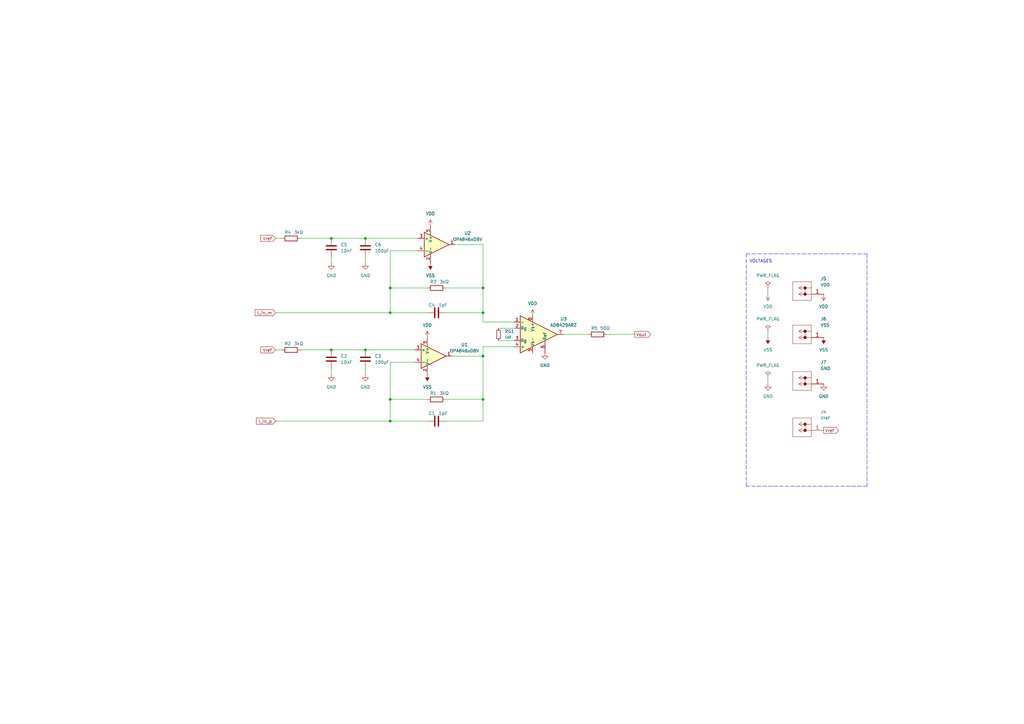
<source format=kicad_sch>
(kicad_sch (version 20211123) (generator eeschema)
  (paper "A3")
  (title_block (title "Amplifying and differential circuit") (date "2022-11-18") (rev "1") (company "EPFL") (comment 1 "For noise/differential measurements on transistors") (comment 2 "Vicente CARBON"))
  (lib_symbols
    (symbol "973582101_2" (pin_names (offset 0.254) hide)
      (property "Reference" "J?" (at 8.89 6.35 0))
      (property "Value" "973582101_2" (at 10.16 -7.62 0))
      (symbol "973582101_2_1_1"
        (polyline (pts (xy 5.08 -5.08) (xy 12.7 -5.08)) (stroke (width 0.127)))
        (polyline (pts (xy 5.08 2.54) (xy 5.08 -5.08)) (stroke (width 0.127)))
        (polyline (pts (xy 7.62 0) (xy 7.62 -2.54)) (stroke (width 0.127)))
        (polyline (pts (xy 10.16 -2.54) (xy 5.08 -2.54)) (stroke (width 0.127)))
        (polyline (pts (xy 10.16 -2.54) (xy 8.89 -3.3782)) (stroke (width 0.127)))
        (polyline (pts (xy 10.16 -2.54) (xy 8.89 -1.7018)) (stroke (width 0.127)))
        (polyline (pts (xy 10.16 0) (xy 5.08 0)) (stroke (width 0.127)))
        (polyline (pts (xy 10.16 0) (xy 8.89 -0.8382)) (stroke (width 0.127)))
        (polyline (pts (xy 10.16 0) (xy 8.89 0.8382)) (stroke (width 0.127)))
        (polyline (pts (xy 12.7 -5.08) (xy 12.7 2.54)) (stroke (width 0.127)))
        (polyline (pts (xy 12.7 2.54) (xy 5.08 2.54)) (stroke (width 0.127)))
        (circle (center 7.62 -2.54) (radius 0.127) (stroke (width 0.508)))
        (circle (center 7.62 0) (radius 0.127) (stroke (width 0.508)))
        (pin bidirectional line (at 0 0 0) (length 5.08) (name "1") (number "1"))
        (pin no_connect line (at 0 -2.54 0) (length 5.08) hide (name "2") (number "2"))
      )
    )
    (symbol "973582101_3" (pin_names (offset 0.254) hide)
      (property "Reference" "J?" (at 8.89 6.35 0))
      (property "Value" "973582101_3" (at 10.16 -7.62 0))
      (symbol "973582101_3_1_1"
        (polyline (pts (xy 5.08 -5.08) (xy 12.7 -5.08)) (stroke (width 0.127)))
        (polyline (pts (xy 5.08 2.54) (xy 5.08 -5.08)) (stroke (width 0.127)))
        (polyline (pts (xy 7.62 0) (xy 7.62 -2.54)) (stroke (width 0.127)))
        (polyline (pts (xy 10.16 -2.54) (xy 5.08 -2.54)) (stroke (width 0.127)))
        (polyline (pts (xy 10.16 -2.54) (xy 8.89 -3.3782)) (stroke (width 0.127)))
        (polyline (pts (xy 10.16 -2.54) (xy 8.89 -1.7018)) (stroke (width 0.127)))
        (polyline (pts (xy 10.16 0) (xy 5.08 0)) (stroke (width 0.127)))
        (polyline (pts (xy 10.16 0) (xy 8.89 -0.8382)) (stroke (width 0.127)))
        (polyline (pts (xy 10.16 0) (xy 8.89 0.8382)) (stroke (width 0.127)))
        (polyline (pts (xy 12.7 -5.08) (xy 12.7 2.54)) (stroke (width 0.127)))
        (polyline (pts (xy 12.7 2.54) (xy 5.08 2.54)) (stroke (width 0.127)))
        (circle (center 7.62 -2.54) (radius 0.127) (stroke (width 0.508)))
        (circle (center 7.62 0) (radius 0.127) (stroke (width 0.508)))
        (pin bidirectional line (at 0 0 0) (length 5.08) (name "1") (number "1"))
        (pin no_connect line (at 0 -2.54 0) (length 5.08) hide (name "2") (number "2"))
      )
    )
    (symbol "973582101_4" (pin_names (offset 0.254) hide)
      (property "Reference" "J?" (at 8.89 6.35 0))
      (property "Value" "973582101_4" (at 10.16 -7.62 0))
      (symbol "973582101_4_1_1"
        (polyline (pts (xy 5.08 -5.08) (xy 12.7 -5.08)) (stroke (width 0.127)))
        (polyline (pts (xy 5.08 2.54) (xy 5.08 -5.08)) (stroke (width 0.127)))
        (polyline (pts (xy 7.62 0) (xy 7.62 -2.54)) (stroke (width 0.127)))
        (polyline (pts (xy 10.16 -2.54) (xy 5.08 -2.54)) (stroke (width 0.127)))
        (polyline (pts (xy 10.16 -2.54) (xy 8.89 -3.3782)) (stroke (width 0.127)))
        (polyline (pts (xy 10.16 -2.54) (xy 8.89 -1.7018)) (stroke (width 0.127)))
        (polyline (pts (xy 10.16 0) (xy 5.08 0)) (stroke (width 0.127)))
        (polyline (pts (xy 10.16 0) (xy 8.89 -0.8382)) (stroke (width 0.127)))
        (polyline (pts (xy 10.16 0) (xy 8.89 0.8382)) (stroke (width 0.127)))
        (polyline (pts (xy 12.7 -5.08) (xy 12.7 2.54)) (stroke (width 0.127)))
        (polyline (pts (xy 12.7 2.54) (xy 5.08 2.54)) (stroke (width 0.127)))
        (circle (center 7.62 -2.54) (radius 0.127) (stroke (width 0.508)))
        (circle (center 7.62 0) (radius 0.127) (stroke (width 0.508)))
        (pin bidirectional line (at 0 0 0) (length 5.08) (name "1") (number "1"))
        (pin no_connect line (at 0 -2.54 0) (length 5.08) hide (name "2") (number "2"))
      )
    )
    (symbol "Amplifier_Instrumentation:AD8429ARZ" (pin_names (offset 0.127))
      (property "Reference" "U" (at 3.556 7.366 0))
      (property "Value" "AD8429ARZ" (at 7.366 5.334 0))
      (symbol "AD8429ARZ_0_1"
        (polyline (pts (xy -5.08 7.62) (xy -5.08 -7.62) (xy 10.16 0) (xy -5.08 7.62)) (stroke (width 0.254)) (fill (type background)))
      )
      (symbol "AD8429ARZ_1_1"
        (pin input line (at -7.62 5.08 0) (length 2.54) (name "-") (number "1"))
        (pin passive line (at -7.62 2.54 0) (length 2.54) (name "Rg") (number "2"))
        (pin passive line (at -7.62 -2.54 0) (length 2.54) (name "Rg") (number "3"))
        (pin input line (at -7.62 -5.08 0) (length 2.54) (name "+") (number "4"))
        (pin power_in line (at 0 -7.62 90) (length 2.54) (name "Vs-") (number "5"))
        (pin passive line (at 5.08 -7.62 90) (length 5.08) (name "Ref") (number "6"))
        (pin output line (at 12.7 0 180) (length 2.54) (name "~") (number "7"))
        (pin power_in line (at 0 7.62 270) (length 2.54) (name "Vs+") (number "8"))
      )
    )
    (symbol "Amplifier_Operational:OPA846xDBV" (pin_names (offset 0.127))
      (property "Reference" "U" (at -1.27 6.35 0))
      (property "Value" "OPA846xDBV" (at -1.27 3.81 0))
      (symbol "OPA846xDBV_0_1"
        (polyline (pts (xy -5.08 5.08) (xy 5.08 0) (xy -5.08 -5.08) (xy -5.08 5.08)) (stroke (width 0.254)) (fill (type background)))
        (pin power_in line (at -2.54 -7.62 90) (length 3.81) (name "V-") (number "2"))
        (pin power_in line (at -2.54 7.62 270) (length 3.81) (name "V+") (number "5"))
      )
      (symbol "OPA846xDBV_1_1"
        (pin output line (at 7.62 0 180) (length 2.54) (name "~") (number "1"))
        (pin input line (at -7.62 2.54 0) (length 2.54) (name "+") (number "3"))
        (pin input line (at -7.62 -2.54 0) (length 2.54) (name "-") (number "4"))
      )
    )
    (symbol "Device:C" (pin_numbers hide) (pin_names (offset 0.254))
      (property "Reference" "C" (at 0.635 2.54 0))
      (property "Value" "C" (at 0.635 -2.54 0))
      (symbol "C_0_1"
        (polyline (pts (xy -2.032 -0.762) (xy 2.032 -0.762)) (stroke (width 0.508)))
        (polyline (pts (xy -2.032 0.762) (xy 2.032 0.762)) (stroke (width 0.508)))
      )
      (symbol "C_1_1"
        (pin passive line (at 0 3.81 270) (length 2.794) (name "~") (number "1"))
        (pin passive line (at 0 -3.81 90) (length 2.794) (name "~") (number "2"))
      )
    )
    (symbol "Device:R" (pin_numbers hide) (pin_names (offset 0))
      (property "Reference" "R" (at 2.032 0 90))
      (property "Value" "R" (at 0 0 90))
      (symbol "R_0_1"
        (rectangle (start -1.016 -2.54) (end 1.016 2.54) (stroke (width 0.254)))
      )
      (symbol "R_1_1"
        (pin passive line (at 0 3.81 270) (length 1.27) (name "~") (number "1"))
        (pin passive line (at 0 -3.81 90) (length 1.27) (name "~") (number "2"))
      )
    )
    (symbol "Device:R_Small" (pin_numbers hide) (pin_names (offset 0.254) hide)
      (property "Reference" "R" (at 0.762 0.508 0))
      (property "Value" "R_Small" (at 0.762 -1.016 0))
      (symbol "R_Small_0_1"
        (rectangle (start -0.762 1.778) (end 0.762 -1.778) (stroke (width 0.2032)))
      )
      (symbol "R_Small_1_1"
        (pin passive line (at 0 2.54 270) (length 0.762) (name "~") (number "1"))
        (pin passive line (at 0 -2.54 90) (length 0.762) (name "~") (number "2"))
      )
    )
    (symbol "created_lib:973582101" (pin_names (offset 0.254) hide)
      (property "Reference" "J?" (at 8.89 6.35 0))
      (property "Value" "973582101" (at 10.16 -7.62 0))
      (symbol "973582101_1_1"
        (polyline (pts (xy 5.08 -5.08) (xy 12.7 -5.08)) (stroke (width 0.127)))
        (polyline (pts (xy 5.08 2.54) (xy 5.08 -5.08)) (stroke (width 0.127)))
        (polyline (pts (xy 7.62 0) (xy 7.62 -2.54)) (stroke (width 0.127)))
        (polyline (pts (xy 10.16 -2.54) (xy 5.08 -2.54)) (stroke (width 0.127)))
        (polyline (pts (xy 10.16 -2.54) (xy 8.89 -3.3782)) (stroke (width 0.127)))
        (polyline (pts (xy 10.16 -2.54) (xy 8.89 -1.7018)) (stroke (width 0.127)))
        (polyline (pts (xy 10.16 0) (xy 5.08 0)) (stroke (width 0.127)))
        (polyline (pts (xy 10.16 0) (xy 8.89 -0.8382)) (stroke (width 0.127)))
        (polyline (pts (xy 10.16 0) (xy 8.89 0.8382)) (stroke (width 0.127)))
        (polyline (pts (xy 12.7 -5.08) (xy 12.7 2.54)) (stroke (width 0.127)))
        (polyline (pts (xy 12.7 2.54) (xy 5.08 2.54)) (stroke (width 0.127)))
        (circle (center 7.62 -2.54) (radius 0.127) (stroke (width 0.508)))
        (circle (center 7.62 0) (radius 0.127) (stroke (width 0.508)))
        (pin bidirectional line (at 0 0 0) (length 5.08) (name "1") (number "1"))
        (pin no_connect line (at 0 -2.54 0) (length 5.08) hide (name "2") (number "2"))
      )
    )
    (symbol "power:GND" (power) (pin_names (offset 0))
      (property "Value" "GND" (at 0 -3.81 0))
      (symbol "GND_0_1"
        (polyline (pts (xy 0 0) (xy 0 -1.27) (xy 1.27 -1.27) (xy 0 -2.54) (xy -1.27 -1.27) (xy 0 -1.27)))
      )
      (symbol "GND_1_1"
        (pin power_in line (at 0 0 270) (length 0) hide (name "GND") (number "1"))
      )
    )
    (symbol "power:PWR_FLAG" (power) (pin_numbers hide) (pin_names (offset 0) hide)
      (property "Value" "PWR_FLAG" (at 0 3.81 0))
      (symbol "PWR_FLAG_0_0"
        (pin power_out line (at 0 0 90) (length 0) (name "pwr") (number "1"))
      )
      (symbol "PWR_FLAG_0_1"
        (polyline (pts (xy 0 0) (xy 0 1.27) (xy -1.016 1.905) (xy 0 2.54) (xy 1.016 1.905) (xy 0 1.27)))
      )
    )
    (symbol "power:VDD" (power) (pin_names (offset 0))
      (property "Value" "VDD" (at 0 3.81 0))
      (symbol "VDD_0_1"
        (polyline (pts (xy -0.762 1.27) (xy 0 2.54)))
        (polyline (pts (xy 0 0) (xy 0 2.54)))
        (polyline (pts (xy 0 2.54) (xy 0.762 1.27)))
      )
      (symbol "VDD_1_1"
        (pin power_in line (at 0 0 90) (length 0) hide (name "VDD") (number "1"))
      )
    )
    (symbol "power:VSS" (power) (pin_names (offset 0))
      (property "Value" "VSS" (at 0 3.81 0))
      (symbol "VSS_0_1"
        (polyline (pts (xy 0 0) (xy 0 2.54)))
        (polyline (pts (xy 0.762 1.27) (xy -0.762 1.27) (xy 0 2.54) (xy 0.762 1.27)) (fill (type outline)))
      )
      (symbol "VSS_1_1"
        (pin power_in line (at 0 0 90) (length 0) hide (name "VSS") (number "1"))
      )
    )
  )
  (junction (at 198.12 163.83))
  (junction (at 198.12 118.11))
  (junction (at 149.86 97.79))
  (junction (at 160.02 128.27))
  (junction (at 160.02 172.72))
  (junction (at 160.02 118.11))
  (junction (at 149.86 143.51))
  (junction (at 198.12 146.05))
  (junction (at 198.12 128.27))
  (junction (at 135.89 97.79))
  (junction (at 160.02 163.83))
  (junction (at 135.89 143.51))
  (wire (pts (xy 198.12 142.24) (xy 210.82 142.24)))
  (wire (pts (xy 198.12 146.05) (xy 198.12 163.83)))
  (wire (pts (xy 314.96 154.94) (xy 314.96 157.48)))
  (wire (pts (xy 123.19 97.79) (xy 135.89 97.79)))
  (wire (pts (xy 231.14 137.16) (xy 241.3 137.16)))
  (polyline (pts (xy 306.07 199.39) (xy 306.07 104.14)))
  (wire (pts (xy 198.12 163.83) (xy 198.12 172.72)))
  (wire (pts (xy 113.03 128.27) (xy 160.02 128.27)))
  (wire (pts (xy 135.89 151.13) (xy 135.89 153.67)))
  (wire (pts (xy 135.89 97.79) (xy 149.86 97.79)))
  (wire (pts (xy 198.12 100.33) (xy 198.12 118.11)))
  (polyline (pts (xy 355.6 104.14) (xy 355.6 199.39)))
  (wire (pts (xy 149.86 143.51) (xy 170.18 143.51)))
  (wire (pts (xy 248.92 137.16) (xy 260.35 137.16)))
  (wire (pts (xy 113.03 172.72) (xy 160.02 172.72)))
  (wire (pts (xy 182.88 163.83) (xy 198.12 163.83)))
  (wire (pts (xy 198.12 132.08) (xy 198.12 128.27)))
  (polyline (pts (xy 355.6 199.39) (xy 306.07 199.39)))
  (wire (pts (xy 160.02 163.83) (xy 160.02 172.72)))
  (wire (pts (xy 123.19 143.51) (xy 135.89 143.51)))
  (wire (pts (xy 160.02 128.27) (xy 175.26 128.27)))
  (wire (pts (xy 314.96 118.11) (xy 314.96 120.65)))
  (wire (pts (xy 204.47 139.7) (xy 210.82 139.7)))
  (wire (pts (xy 182.88 172.72) (xy 198.12 172.72)))
  (wire (pts (xy 160.02 172.72) (xy 175.26 172.72)))
  (wire (pts (xy 186.69 100.33) (xy 198.12 100.33)))
  (wire (pts (xy 149.86 105.41) (xy 149.86 107.95)))
  (wire (pts (xy 149.86 151.13) (xy 149.86 153.67)))
  (wire (pts (xy 160.02 148.59) (xy 170.18 148.59)))
  (wire (pts (xy 210.82 132.08) (xy 198.12 132.08)))
  (wire (pts (xy 160.02 118.11) (xy 175.26 118.11)))
  (polyline (pts (xy 306.07 104.14) (xy 355.6 104.14)))
  (wire (pts (xy 314.96 135.89) (xy 314.96 138.43)))
  (wire (pts (xy 135.89 105.41) (xy 135.89 107.95)))
  (wire (pts (xy 160.02 102.87) (xy 160.02 118.11)))
  (wire (pts (xy 113.03 143.51) (xy 115.57 143.51)))
  (wire (pts (xy 135.89 143.51) (xy 149.86 143.51)))
  (wire (pts (xy 113.03 97.79) (xy 115.57 97.79)))
  (wire (pts (xy 185.42 146.05) (xy 198.12 146.05)))
  (wire (pts (xy 182.88 118.11) (xy 198.12 118.11)))
  (wire (pts (xy 198.12 118.11) (xy 198.12 128.27)))
  (wire (pts (xy 160.02 118.11) (xy 160.02 128.27)))
  (wire (pts (xy 160.02 163.83) (xy 175.26 163.83)))
  (wire (pts (xy 160.02 102.87) (xy 171.45 102.87)))
  (wire (pts (xy 204.47 134.62) (xy 210.82 134.62)))
  (wire (pts (xy 149.86 97.79) (xy 171.45 97.79)))
  (wire (pts (xy 182.88 128.27) (xy 198.12 128.27)))
  (wire (pts (xy 160.02 148.59) (xy 160.02 163.83)))
  (wire (pts (xy 198.12 146.05) (xy 198.12 142.24)))
  (text "VOLTAGES\n" (at 307.34 107.95 0) (effects (font (size 1.27 1.27)) (justify left bottom)))
  (global_label "Vref" (shape input) (at 113.03 143.51 180) (property "Intersheet References" "${INTERSHEET_REFS}" (effects hide)))
  (global_label "Vref" (shape input) (at 113.03 97.79 180) (property "Intersheet References" "${INTERSHEET_REFS}" (effects hide)))
  (global_label "Vout" (shape output) (at 260.35 137.16 0) (property "Intersheet References" "${INTERSHEET_REFS}" (effects hide)))
  (global_label "I_in_m" (shape input) (at 113.03 128.27 180) (property "Intersheet References" "${INTERSHEET_REFS}" (effects hide)))
  (global_label "I_in_p" (shape input) (at 113.03 172.72 180) (property "Intersheet References" "${INTERSHEET_REFS}" (effects hide)))
  (global_label "Vref" (shape output) (at 337.82 176.53 0) (property "Intersheet References" "${INTERSHEET_REFS}" (effects hide)))
  (symbol (lib_id "Device:C") (at 179.07 128.27 90) (unit 1)
    (property "Reference" "C4" (at 178.435 125.095 90) (effects (justify left)))
    (property "Value" "1pF" (at 183.515 125.095 90) (effects (justify left)))
    (property "Footprint" "Capacitor_SMD:C_1206_3216Metric" (effects hide))
    (property "Datasheet" "https://www.yageo.com/upload/media/product/productsearch/datasheet/mlcc/UPY-GP_NP0_16V-to-50V_18.pdf" (effects hide))
    (property "Shop link" "https://www.digikey.ch/en/products/detail/yageo/CC1206JRNPO9BN102/302897" (effects hide))
  )
  (symbol (lib_id "power:GND") (at 149.86 153.67 0) (unit 1)
    (property "Reference" "#PWR0105" (effects hide))
    (property "Value" "GND" (at 149.86 158.75 0))
  )
  (symbol (lib_id "Device:C") (at 135.89 101.6 0) (unit 1)
    (property "Reference" "C5" (at 139.7 100.3299 0) (effects (justify left)))
    (property "Value" "10nF" (at 139.7 102.8699 0) (effects (justify left)))
    (property "Footprint" "Capacitor_SMD:C_1206_3216Metric" (effects hide))
    (property "Datasheet" "https://datasheets.kyocera-avx.com/C0GNP0-Dielectric.pdf" (effects hide))
    (property "Shop link" "https://www.digikey.ch/en/products/detail/kyocera-avx/12063A103FAT2A/1604190" (effects hide))
  )
  (symbol (lib_id "Device:R") (at 179.07 118.11 90) (unit 1)
    (property "Reference" "R3" (at 179.07 115.57 90) (effects (justify left)))
    (property "Value" "3kΩ" (at 184.15 115.57 90) (effects (justify left)))
    (property "Footprint" "Resistor_SMD:R_1206_3216Metric_Pad1.30x1.75mm_HandSolder" (effects hide))
    (property "Datasheet" "https://www.yageo.com/upload/media/product/productsearch/datasheet/rchip/PYu-RC_Group_51_RoHS_L_12.pdf" (effects hide))
    (property "Shop link" "https://www.digikey.ch/en/products/detail/yageo/RC1206FR-073KL/728751" (effects hide))
  )
  (symbol (lib_id "Amplifier_Instrumentation:AD8429ARZ") (at 218.44 137.16 0) (unit 1)
    (property "Reference" "U3" (at 231.14 130.81 0))
    (property "Value" "AD8429ARZ" (at 231.14 133.35 0))
    (property "Footprint" "created_lib:AD8429ARZ-R7" (effects hide))
    (property "Datasheet" "https://www.analog.com/media/en/technical-documentation/data-sheets/AD8429.pdf" (effects hide))
    (property "Shop link" "https://www.digikey.ch/en/products/detail/analog-devices-inc/AD8429ARZ-R7/2742182" (effects hide))
  )
  (symbol (lib_id "Device:R_Small") (at 204.47 137.16 0) (unit 1)
    (property "Reference" "RG1" (at 207.01 135.8899 0) (effects (justify left)))
    (property "Value" "Inf" (at 207.01 138.4299 0) (effects (justify left)))
    (property "Footprint" "Resistor_SMD:R_1206_3216Metric_Pad1.30x1.75mm_HandSolder" (effects hide))
  )
  (symbol (lib_id "power:PWR_FLAG") (at 314.96 135.89 0) (unit 1)
    (property "Reference" "#FLG0102" (effects hide))
    (property "Value" "PWR_FLAG" (at 314.96 130.81 0))
  )
  (symbol (lib_id "Device:R") (at 119.38 143.51 90) (unit 1)
    (property "Reference" "R2" (at 119.38 140.97 90) (effects (justify left)))
    (property "Value" "3kΩ" (at 124.46 140.97 90) (effects (justify left)))
    (property "Footprint" "Resistor_SMD:R_1206_3216Metric_Pad1.30x1.75mm_HandSolder" (effects hide))
    (property "Datasheet" "https://www.yageo.com/upload/media/product/productsearch/datasheet/rchip/PYu-RC_Group_51_RoHS_L_12.pdf" (effects hide))
    (property "Shop link" "https://www.digikey.ch/en/products/detail/yageo/RC1206FR-073KL/728751" (effects hide))
  )
  (symbol (lib_id "power:GND") (at 337.82 157.48 0) (unit 1)
    (property "Reference" "#PWR0118" (effects hide))
    (property "Value" "GND" (at 337.82 162.56 0))
  )
  (symbol (lib_id "power:VSS") (at 175.26 153.67 180) (unit 1)
    (property "Reference" "#PWR02" (effects hide))
    (property "Value" "VSS" (at 175.26 158.75 0))
  )
  (symbol (lib_id "power:VDD") (at 175.26 138.43 0) (unit 1)
    (property "Reference" "#PWR01" (effects hide))
    (property "Value" "VDD" (at 175.26 133.35 0))
  )
  (symbol (lib_id "power:VDD") (at 314.96 120.65 180) (unit 1)
    (property "Reference" "#PWR0101" (effects hide))
    (property "Value" "VDD" (at 314.96 125.73 0))
  )
  (symbol (lib_id "power:VDD") (at 337.82 120.65 180) (unit 1)
    (property "Reference" "#PWR0120" (effects hide))
    (property "Value" "VDD" (at 337.82 125.73 0))
  )
  (symbol (lib_id "Device:C") (at 149.86 101.6 0) (unit 1)
    (property "Reference" "C6" (at 153.67 100.3299 0) (effects (justify left)))
    (property "Value" "100pF" (at 153.67 102.8699 0) (effects (justify left)))
    (property "Footprint" "Capacitor_SMD:C_1206_3216Metric" (effects hide))
    (property "Datasheet" "https://datasheets.kyocera-avx.com/C0GNP0-Dielectric.pdf" (effects hide))
    (property "Shop link" "https://www.digikey.ch/en/products/detail/kyocera-avx/12061A101FAT2A/1603476" (effects hide))
  )
  (symbol (lib_id "power:GND") (at 314.96 157.48 0) (unit 1)
    (property "Reference" "#PWR0103" (effects hide))
    (property "Value" "GND" (at 314.96 162.56 0))
  )
  (symbol (lib_name "973582101_3") (lib_id "created_lib:973582101") (at 337.82 157.48 180) (unit 1)
    (property "Reference" "J7" (at 336.55 148.59 0) (effects (justify right)))
    (property "Value" "GND" (at 336.55 151.13 0) (effects (justify right)))
    (property "Footprint" "created_lib:973582101" (effects hide))
    (property "Datasheet" "https://www.digikey.ch/fr/products/detail/altech-corporation/973582101/9447005?s=N4IgTCBcDaIJwHYDMBWAHGAjABkyAugL5A" (effects hide))
    (property "Shop link" "https://www.digikey.ch/fr/products/detail/altech-corporation/973582101/9447005?s=N4IgTCBcDaIJwHYDMBWAHGAjABkyAugL5A" (effects hide))
  )
  (symbol (lib_id "created_lib:973582101") (at 337.82 120.65 180) (unit 1)
    (property "Reference" "J5" (at 336.55 114.3 0) (effects (justify right)))
    (property "Value" "VDD" (at 336.55 116.84 0) (effects (justify right)))
    (property "Footprint" "created_lib:973582101" (effects hide))
    (property "Datasheet" "https://www.digikey.ch/fr/products/detail/altech-corporation/973582101/9447005?s=N4IgTCBcDaIJwHYDMBWAHGAjABkyAugL5A" (effects hide))
    (property "Shop link" "https://www.digikey.ch/fr/products/detail/altech-corporation/973582101/9447005?s=N4IgTCBcDaIJwHYDMBWAHGAjABkyAugL5A" (effects hide))
  )
  (symbol (lib_id "power:VSS") (at 337.82 138.43 180) (unit 1)
    (property "Reference" "#PWR0119" (effects hide))
    (property "Value" "VSS" (at 337.82 143.51 0))
  )
  (symbol (lib_id "Device:C") (at 149.86 147.32 0) (unit 1)
    (property "Reference" "C3" (at 153.67 146.0499 0) (effects (justify left)))
    (property "Value" "100pF" (at 153.67 148.5899 0) (effects (justify left)))
    (property "Footprint" "Capacitor_SMD:C_1206_3216Metric" (effects hide))
    (property "Datasheet" "https://datasheets.kyocera-avx.com/C0GNP0-Dielectric.pdf" (effects hide))
    (property "Shop link" "https://www.digikey.ch/en/products/detail/kyocera-avx/12061A101FAT2A/1603476" (effects hide))
  )
  (symbol (lib_name "973582101_4") (lib_id "created_lib:973582101") (at 337.82 138.43 180) (unit 1)
    (property "Reference" "J6" (at 336.55 130.81 0) (effects (justify right)))
    (property "Value" "VSS" (at 336.55 133.35 0) (effects (justify right)))
    (property "Footprint" "created_lib:973582101" (effects hide))
    (property "Datasheet" "https://www.digikey.ch/fr/products/detail/altech-corporation/973582101/9447005?s=N4IgTCBcDaIJwHYDMBWAHGAjABkyAugL5A" (effects hide))
    (property "Shop link" "https://www.digikey.ch/fr/products/detail/altech-corporation/973582101/9447005?s=N4IgTCBcDaIJwHYDMBWAHGAjABkyAugL5A" (effects hide))
  )
  (symbol (lib_name "973582101_2") (lib_id "created_lib:973582101") (at 337.82 176.53 180) (unit 1)
    (property "Reference" "J4" (at 336.55 168.91 0) (effects (justify right)))
    (property "Value" "Vref" (at 336.55 171.45 0) (effects (justify right)))
    (property "Footprint" "created_lib:973582101" (effects hide))
    (property "Datasheet" "https://www.digikey.ch/fr/products/detail/altech-corporation/973582101/9447005?s=N4IgTCBcDaIJwHYDMBWAHGAjABkyAugL5A" (effects hide))
    (property "Shop link" "https://www.digikey.ch/fr/products/detail/altech-corporation/973582101/9447005?s=N4IgTCBcDaIJwHYDMBWAHGAjABkyAugL5A" (effects hide))
  )
  (symbol (lib_id "Device:R") (at 245.11 137.16 90) (unit 1)
    (property "Reference" "R5" (at 245.11 134.62 90) (effects (justify left)))
    (property "Value" "50Ω" (at 250.19 134.62 90) (effects (justify left)))
    (property "Footprint" "created_lib:WSC251550R00FEA" (effects hide))
    (property "Datasheet" "https://www.vishay.com/docs/30102/wscwsn.pdf" (effects hide))
    (property "Shop link" "https://www.digikey.ch/en/products/detail/vishay-dale/WSC251550R00FEA/712434" (effects hide))
  )
  (symbol (lib_id "Amplifier_Operational:OPA846xDBV") (at 177.8 146.05 0) (unit 1)
    (property "Reference" "U1" (at 190.5 141.351 0))
    (property "Value" "OPA846xDBV" (at 190.5 143.891 0))
    (property "Footprint" "created_lib:OPA846IDBVT" (effects hide))
    (property "Datasheet" "http://www.ti.com/lit/ds/symlink/opa846.pdf" (effects hide))
    (property "Shop link" "https://www.digikey.ch/en/products/detail/texas-instruments/OPA846IDBVT/562809" (effects hide))
  )
  (symbol (lib_id "power:GND") (at 135.89 153.67 0) (unit 1)
    (property "Reference" "#PWR0104" (effects hide))
    (property "Value" "GND" (at 135.89 158.75 0))
  )
  (symbol (lib_id "power:VDD") (at 176.53 92.71 0) (unit 1)
    (property "Reference" "#PWR03" (effects hide))
    (property "Value" "VDD" (at 176.53 87.63 0))
  )
  (symbol (lib_id "Amplifier_Operational:OPA846xDBV") (at 179.07 100.33 0) (unit 1)
    (property "Reference" "U2" (at 191.77 95.631 0))
    (property "Value" "OPA846xDBV" (at 191.77 98.171 0))
    (property "Footprint" "created_lib:OPA846IDBVT" (effects hide))
    (property "Datasheet" "http://www.ti.com/lit/ds/symlink/opa846.pdf" (effects hide))
    (property "Shop link" "https://www.digikey.ch/en/products/detail/texas-instruments/OPA846IDBVT/562809" (effects hide))
  )
  (symbol (lib_id "power:PWR_FLAG") (at 314.96 118.11 0) (unit 1)
    (property "Reference" "#FLG0101" (effects hide))
    (property "Value" "PWR_FLAG" (at 314.96 113.03 0))
  )
  (symbol (lib_id "Device:C") (at 179.07 172.72 90) (unit 1)
    (property "Reference" "C1" (at 178.435 169.545 90) (effects (justify left)))
    (property "Value" "1pF" (at 183.515 169.545 90) (effects (justify left)))
    (property "Footprint" "Capacitor_SMD:C_1206_3216Metric" (effects hide))
    (property "Datasheet" "https://www.yageo.com/upload/media/product/productsearch/datasheet/mlcc/UPY-GP_NP0_16V-to-50V_18.pdf" (effects hide))
    (property "Shop link" "https://www.digikey.ch/en/products/detail/yageo/CC1206JRNPO9BN102/302897" (effects hide))
  )
  (symbol (lib_id "power:GND") (at 135.89 107.95 0) (unit 1)
    (property "Reference" "#PWR0110" (effects hide))
    (property "Value" "GND" (at 135.89 113.03 0))
  )
  (symbol (lib_id "power:VSS") (at 176.53 107.95 180) (unit 1)
    (property "Reference" "#PWR04" (effects hide))
    (property "Value" "VSS" (at 176.53 113.03 0))
  )
  (symbol (lib_id "power:VSS") (at 314.96 138.43 180) (unit 1)
    (property "Reference" "#PWR0106" (effects hide))
    (property "Value" "VSS" (at 314.96 143.51 0))
  )
  (symbol (lib_id "power:PWR_FLAG") (at 314.96 154.94 0) (unit 1)
    (property "Reference" "#FLG0103" (effects hide))
    (property "Value" "PWR_FLAG" (at 314.96 149.86 0))
  )
  (symbol (lib_id "power:GND") (at 223.52 144.78 0) (unit 1)
    (property "Reference" "#PWR?" (effects hide))
    (property "Value" "GND" (at 223.52 149.86 0))
  )
  (symbol (lib_id "power:GND") (at 149.86 107.95 0) (unit 1)
    (property "Reference" "#PWR0111" (effects hide))
    (property "Value" "GND" (at 149.86 113.03 0))
  )
  (symbol (lib_id "power:VDD") (at 218.44 129.54 0) (unit 1)
    (property "Reference" "#PWR09" (effects hide))
    (property "Value" "VDD" (at 218.44 124.46 0))
  )
  (symbol (lib_id "Device:R") (at 119.38 97.79 90) (unit 1)
    (property "Reference" "R4" (at 119.38 95.25 90) (effects (justify left)))
    (property "Value" "3kΩ" (at 124.46 95.25 90) (effects (justify left)))
    (property "Footprint" "Resistor_SMD:R_1206_3216Metric_Pad1.30x1.75mm_HandSolder" (effects hide))
    (property "Datasheet" "https://www.yageo.com/upload/media/product/productsearch/datasheet/rchip/PYu-RC_Group_51_RoHS_L_12.pdf" (effects hide))
    (property "Shop link" "https://www.digikey.ch/en/products/detail/yageo/RC1206FR-073KL/728751" (effects hide))
  )
  (symbol (lib_id "Device:R") (at 179.07 163.83 90) (unit 1)
    (property "Reference" "R1" (at 179.07 161.29 90) (effects (justify left)))
    (property "Value" "3kΩ" (at 184.15 161.29 90) (effects (justify left)))
    (property "Footprint" "Resistor_SMD:R_1206_3216Metric_Pad1.30x1.75mm_HandSolder" (effects hide))
    (property "Datasheet" "https://www.yageo.com/upload/media/product/productsearch/datasheet/rchip/PYu-RC_Group_51_RoHS_L_12.pdf" (effects hide))
    (property "Shop link" "https://www.digikey.ch/en/products/detail/yageo/RC1206FR-073KL/728751" (effects hide))
  )
  (symbol (lib_id "Device:C") (at 135.89 147.32 0) (unit 1)
    (property "Reference" "C2" (at 139.7 146.0499 0) (effects (justify left)))
    (property "Value" "10nF" (at 139.7 148.5899 0) (effects (justify left)))
    (property "Footprint" "Capacitor_SMD:C_1206_3216Metric" (effects hide))
    (property "Datasheet" "https://datasheets.kyocera-avx.com/C0GNP0-Dielectric.pdf" (effects hide))
    (property "Shop link" "https://www.digikey.ch/en/products/detail/kyocera-avx/12063A103FAT2A/1604190" (effects hide))
  )
)
</source>
